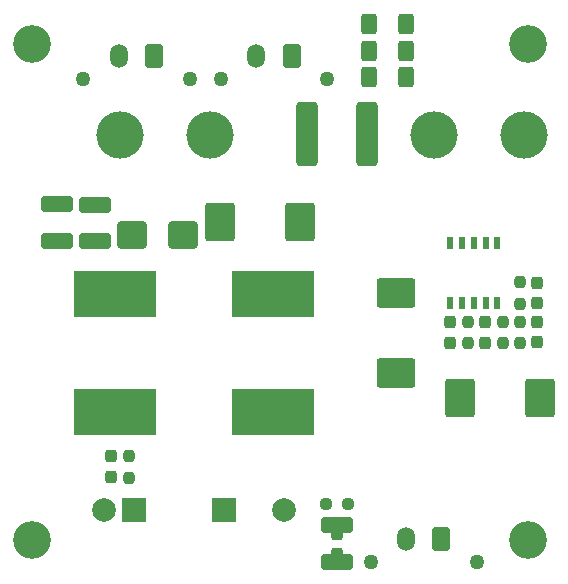
<source format=gts>
G04 #@! TF.GenerationSoftware,KiCad,Pcbnew,8.0.5*
G04 #@! TF.CreationDate,2024-10-05T22:37:39+02:00*
G04 #@! TF.ProjectId,HVI,4856492e-6b69-4636-9164-5f7063625858,rev?*
G04 #@! TF.SameCoordinates,Original*
G04 #@! TF.FileFunction,Soldermask,Top*
G04 #@! TF.FilePolarity,Negative*
%FSLAX46Y46*%
G04 Gerber Fmt 4.6, Leading zero omitted, Abs format (unit mm)*
G04 Created by KiCad (PCBNEW 8.0.5) date 2024-10-05 22:37:39*
%MOMM*%
%LPD*%
G01*
G04 APERTURE LIST*
G04 Aperture macros list*
%AMRoundRect*
0 Rectangle with rounded corners*
0 $1 Rounding radius*
0 $2 $3 $4 $5 $6 $7 $8 $9 X,Y pos of 4 corners*
0 Add a 4 corners polygon primitive as box body*
4,1,4,$2,$3,$4,$5,$6,$7,$8,$9,$2,$3,0*
0 Add four circle primitives for the rounded corners*
1,1,$1+$1,$2,$3*
1,1,$1+$1,$4,$5*
1,1,$1+$1,$6,$7*
1,1,$1+$1,$8,$9*
0 Add four rect primitives between the rounded corners*
20,1,$1+$1,$2,$3,$4,$5,0*
20,1,$1+$1,$4,$5,$6,$7,0*
20,1,$1+$1,$6,$7,$8,$9,0*
20,1,$1+$1,$8,$9,$2,$3,0*%
G04 Aperture macros list end*
%ADD10C,1.270000*%
%ADD11RoundRect,0.250001X0.499999X0.759999X-0.499999X0.759999X-0.499999X-0.759999X0.499999X-0.759999X0*%
%ADD12O,1.500000X2.020000*%
%ADD13C,3.200000*%
%ADD14RoundRect,0.237500X0.250000X0.237500X-0.250000X0.237500X-0.250000X-0.237500X0.250000X-0.237500X0*%
%ADD15RoundRect,0.237500X-0.237500X0.250000X-0.237500X-0.250000X0.237500X-0.250000X0.237500X0.250000X0*%
%ADD16C,4.000000*%
%ADD17RoundRect,0.250000X-0.400000X-0.625000X0.400000X-0.625000X0.400000X0.625000X-0.400000X0.625000X0*%
%ADD18R,7.000000X4.000000*%
%ADD19RoundRect,0.237500X-0.237500X0.300000X-0.237500X-0.300000X0.237500X-0.300000X0.237500X0.300000X0*%
%ADD20RoundRect,0.250000X0.650000X2.450000X-0.650000X2.450000X-0.650000X-2.450000X0.650000X-2.450000X0*%
%ADD21RoundRect,0.250000X-1.000000X1.400000X-1.000000X-1.400000X1.000000X-1.400000X1.000000X1.400000X0*%
%ADD22RoundRect,0.250000X-1.400000X-1.000000X1.400000X-1.000000X1.400000X1.000000X-1.400000X1.000000X0*%
%ADD23R,0.510000X1.100000*%
%ADD24C,2.000000*%
%ADD25R,2.000000X2.000000*%
%ADD26RoundRect,0.237500X0.237500X-0.250000X0.237500X0.250000X-0.237500X0.250000X-0.237500X-0.250000X0*%
%ADD27RoundRect,0.250000X1.100000X-0.412500X1.100000X0.412500X-1.100000X0.412500X-1.100000X-0.412500X0*%
%ADD28RoundRect,0.237500X0.237500X-0.300000X0.237500X0.300000X-0.237500X0.300000X-0.237500X-0.300000X0*%
%ADD29RoundRect,0.250000X-1.000000X-0.900000X1.000000X-0.900000X1.000000X0.900000X-1.000000X0.900000X0*%
%ADD30RoundRect,0.250000X-1.100000X0.412500X-1.100000X-0.412500X1.100000X-0.412500X1.100000X0.412500X0*%
%ADD31RoundRect,0.237500X-0.237500X0.287500X-0.237500X-0.287500X0.237500X-0.287500X0.237500X0.287500X0*%
G04 APERTURE END LIST*
D10*
X110632000Y-106873000D03*
X101632000Y-106873000D03*
D11*
X107632000Y-104913000D03*
D12*
X104632000Y-104913000D03*
D13*
X115000000Y-63000000D03*
X115000000Y-105000000D03*
D10*
X86315000Y-65965000D03*
X77315000Y-65965000D03*
D11*
X83315000Y-64005000D03*
D12*
X80315000Y-64005000D03*
D14*
X99699500Y-101933000D03*
X97874500Y-101933000D03*
D15*
X112800000Y-86492500D03*
X112800000Y-88317500D03*
X109865000Y-86502500D03*
X109865000Y-88327500D03*
D16*
X80375000Y-70725000D03*
X87995000Y-70725000D03*
X106975000Y-70725000D03*
X114585000Y-70725000D03*
D17*
X101505000Y-61295000D03*
X104605000Y-61295000D03*
D18*
X79990000Y-94140000D03*
X79990000Y-84140000D03*
D19*
X108395000Y-86552500D03*
X108395000Y-88277500D03*
D20*
X101350000Y-70600000D03*
X96250000Y-70600000D03*
D21*
X95660000Y-78090000D03*
X88860000Y-78090000D03*
D22*
X103820000Y-84075000D03*
X103820000Y-90875000D03*
D17*
X101500000Y-65785000D03*
X104600000Y-65785000D03*
D23*
X108375000Y-84895000D03*
X109375000Y-84895000D03*
X110375000Y-84895000D03*
X111375000Y-84895000D03*
X112375000Y-84895000D03*
X112375000Y-79795000D03*
X111375000Y-79795000D03*
X110375000Y-79795000D03*
X109375000Y-79795000D03*
X108375000Y-79795000D03*
D10*
X97965000Y-65955000D03*
X88965000Y-65955000D03*
D11*
X94965000Y-63995000D03*
D12*
X91965000Y-63995000D03*
D18*
X93400000Y-84140000D03*
X93400000Y-94140000D03*
D19*
X98825000Y-104442500D03*
X98825000Y-106167500D03*
D24*
X79075000Y-102410000D03*
D25*
X81615000Y-102410000D03*
X89235000Y-102410000D03*
D24*
X94315000Y-102410000D03*
D17*
X101500000Y-63545000D03*
X104600000Y-63545000D03*
D15*
X114270000Y-86487500D03*
X114270000Y-88312500D03*
D26*
X114280000Y-85002500D03*
X114280000Y-83177500D03*
D27*
X78275000Y-79707500D03*
X78275000Y-76582500D03*
D21*
X115970000Y-92920000D03*
X109170000Y-92920000D03*
D28*
X115750000Y-88257500D03*
X115750000Y-86532500D03*
D13*
X73000000Y-63000000D03*
D27*
X75075000Y-79697500D03*
X75075000Y-76572500D03*
D13*
X73000000Y-105000000D03*
D19*
X115760000Y-83227500D03*
X115760000Y-84952500D03*
D29*
X81420000Y-79175000D03*
X85720000Y-79175000D03*
D26*
X81135000Y-99707500D03*
X81135000Y-97882500D03*
D19*
X111340000Y-86542500D03*
X111340000Y-88267500D03*
D30*
X98775000Y-103742500D03*
X98775000Y-106867500D03*
D31*
X79670000Y-97905000D03*
X79670000Y-99655000D03*
M02*

</source>
